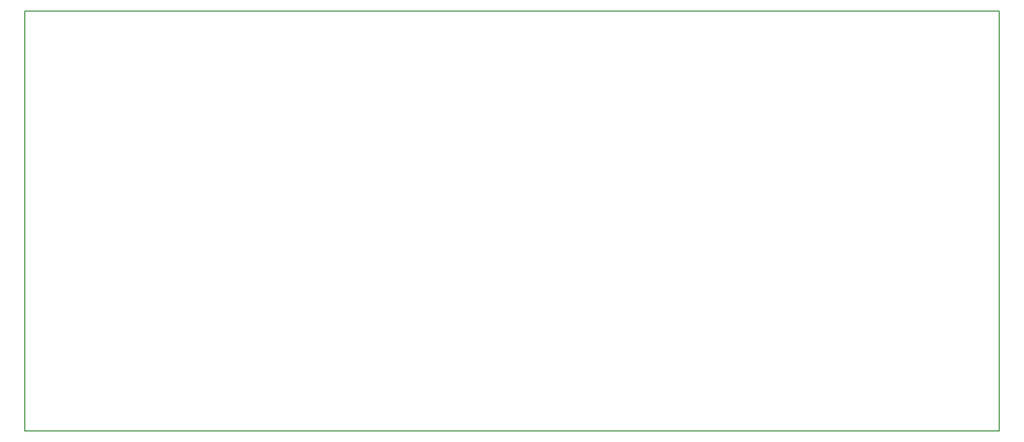
<source format=gbr>
G04 #@! TF.FileFunction,Profile,NP*
%FSLAX46Y46*%
G04 Gerber Fmt 4.6, Leading zero omitted, Abs format (unit mm)*
G04 Created by KiCad (PCBNEW 4.0.7) date 06/14/20 19:34:23*
%MOMM*%
%LPD*%
G01*
G04 APERTURE LIST*
%ADD10C,0.100000*%
%ADD11C,0.150000*%
G04 APERTURE END LIST*
D10*
D11*
X112250000Y-116350000D02*
X112250000Y-48850000D01*
X268750000Y-116350000D02*
X112250000Y-116350000D01*
X268750000Y-48850000D02*
X268750000Y-116350000D01*
X112250000Y-48850000D02*
X268750000Y-48850000D01*
M02*

</source>
